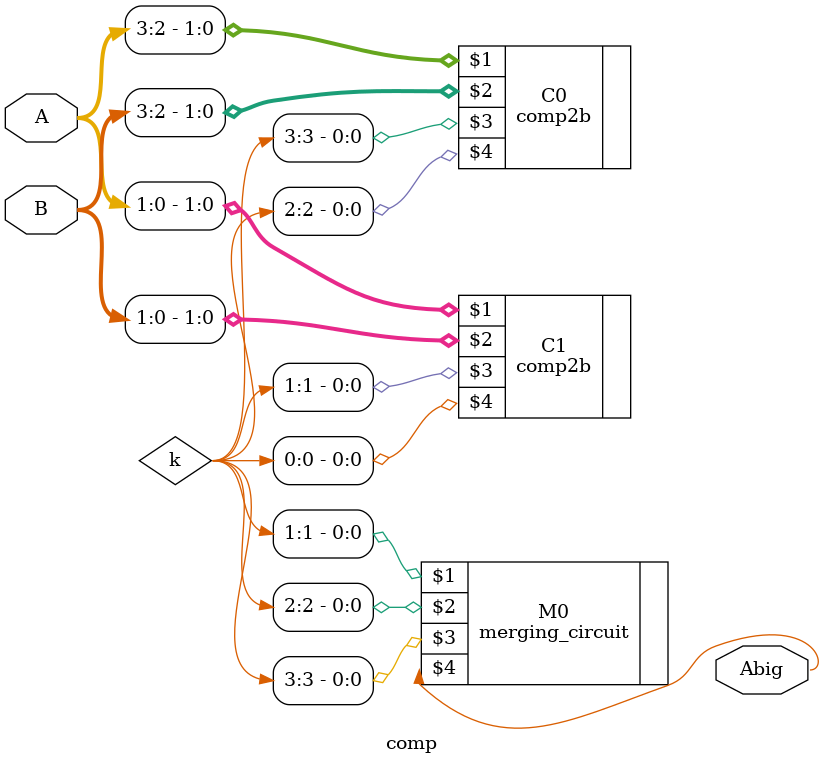
<source format=v>


module comp
(
	input wire [3:0] A,
	input wire [3:0] B,
	output wire Abig
);
//signals
wire [3:0] k;
//instantiation
comp2b C0 (A[3:2], B[3:2], k[3], k[2]);
comp2b C1 (A[1:0], B[1:0], k[1], k[0]);
merging_circuit M0 (k[1], k[2], k[3], Abig);

endmodule
</source>
